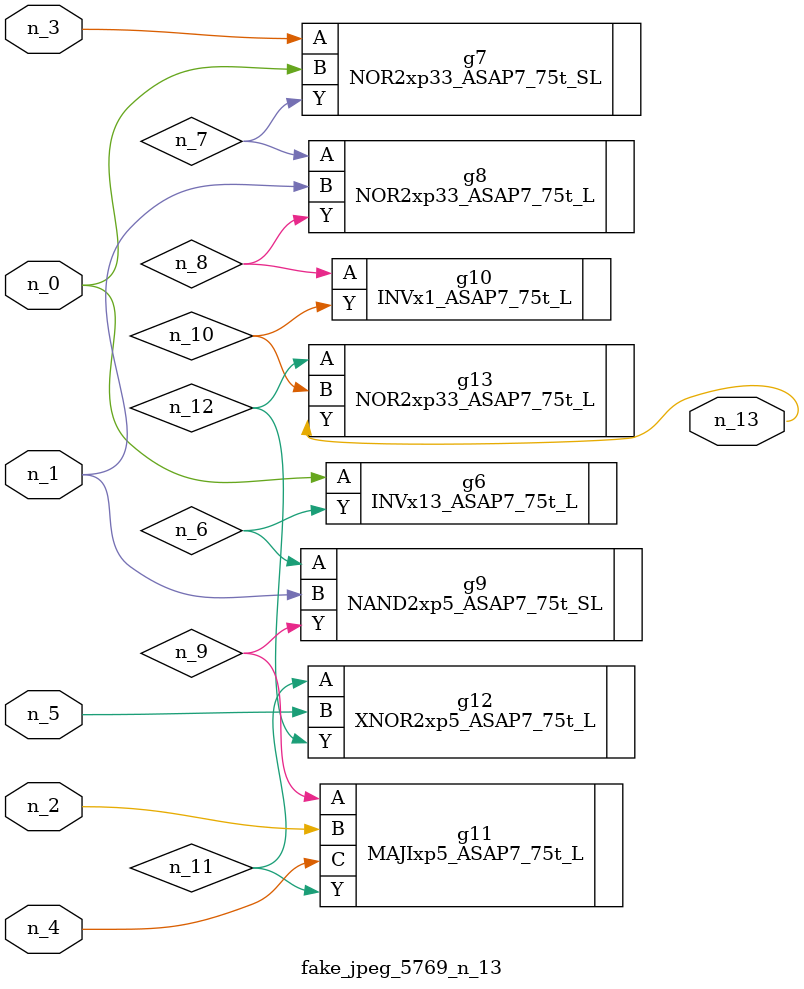
<source format=v>
module fake_jpeg_5769_n_13 (n_3, n_2, n_1, n_0, n_4, n_5, n_13);

input n_3;
input n_2;
input n_1;
input n_0;
input n_4;
input n_5;

output n_13;

wire n_11;
wire n_12;
wire n_10;
wire n_8;
wire n_9;
wire n_6;
wire n_7;

INVx13_ASAP7_75t_L g6 ( 
.A(n_0),
.Y(n_6)
);

NOR2xp33_ASAP7_75t_SL g7 ( 
.A(n_3),
.B(n_0),
.Y(n_7)
);

NOR2xp33_ASAP7_75t_L g8 ( 
.A(n_7),
.B(n_1),
.Y(n_8)
);

INVx1_ASAP7_75t_L g10 ( 
.A(n_8),
.Y(n_10)
);

NAND2xp5_ASAP7_75t_SL g9 ( 
.A(n_6),
.B(n_1),
.Y(n_9)
);

MAJIxp5_ASAP7_75t_L g11 ( 
.A(n_9),
.B(n_2),
.C(n_4),
.Y(n_11)
);

XNOR2xp5_ASAP7_75t_L g12 ( 
.A(n_11),
.B(n_5),
.Y(n_12)
);

NOR2xp33_ASAP7_75t_L g13 ( 
.A(n_12),
.B(n_10),
.Y(n_13)
);


endmodule
</source>
